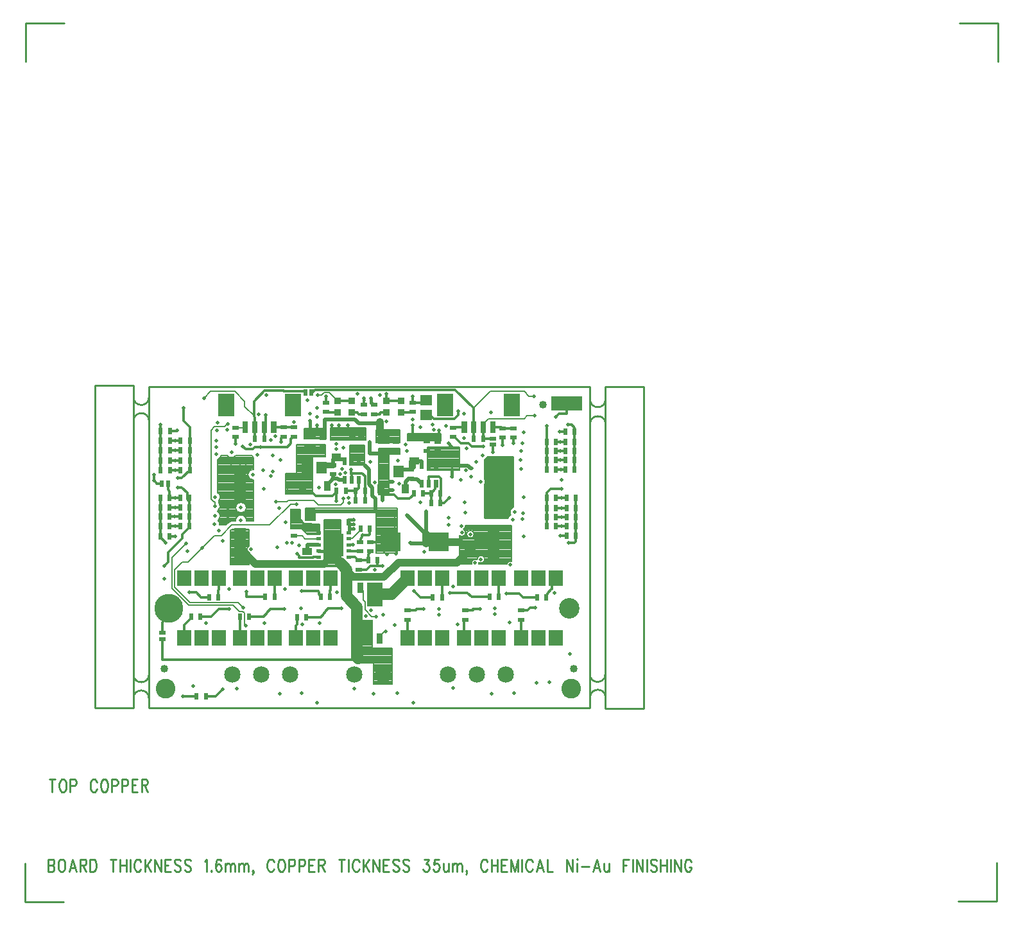
<source format=gbr>
*
*
G04 PADS Layout (Build Number 2007.21.1) generated Gerber (RS-274-X) file*
G04 PC Version=2.1*
*
%IN "2FOC-002.pcb"*%
*
%MOIN*%
*
%FSLAX35Y35*%
*
*
*
*
G04 PC Standard Apertures*
*
*
G04 Thermal Relief Aperture macro.*
%AMTER*
1,1,$1,0,0*
1,0,$1-$2,0,0*
21,0,$3,$4,0,0,45*
21,0,$3,$4,0,0,135*
%
*
*
G04 Annular Aperture macro.*
%AMANN*
1,1,$1,0,0*
1,0,$2,0,0*
%
*
*
G04 Odd Aperture macro.*
%AMODD*
1,1,$1,0,0*
1,0,$1-0.005,0,0*
%
*
*
G04 PC Custom Aperture Macros*
*
*
*
*
*
*
G04 PC Aperture Table*
*
%ADD010C,0.01*%
%ADD012C,0.03*%
%ADD015C,0.008*%
%ADD016R,0.035X0.024*%
%ADD019R,0.024X0.035*%
%ADD021R,0.032X0.032*%
%ADD024R,0.06X0.17323*%
%ADD026R,0.052X0.06*%
%ADD027R,0.06X0.052*%
%ADD028R,0.075X0.084*%
%ADD029C,0.085*%
%ADD032C,0.02*%
%ADD035C,0.04*%
%ADD036C,0.012*%
%ADD048R,0.16X0.076*%
%ADD070C,0.001*%
%ADD072R,0.02756X0.02756*%
%ADD073R,0.08268X0.08268*%
%ADD074R,0.03583X0.03583*%
%ADD075R,0.02087X0.02087*%
%ADD076R,0.01575X0.01575*%
%ADD077R,0.10236X0.10236*%
%ADD078R,0.09449X0.09449*%
%ADD079R,0.07992X0.07992*%
%ADD080R,0.02992X0.02992*%
%ADD081R,0.04X0.04*%
%ADD082C,0.01181*%
%ADD083C,0.00787*%
%ADD084C,0.05906*%
%ADD085C,0.03937*%
%ADD086C,0.01575*%
%ADD087C,0.01969*%
%ADD122C,0.10236*%
%ADD123C,0.14961*%
%ADD124C,0.1063*%
*
*
*
*
G04 PC Circuitry*
G04 Layer Name 2FOC-002.pcb - circuitry*
%LPD*%
*
*
G04 PC Custom Flashes*
G04 Layer Name 2FOC-002.pcb - flashes*
%LPD*%
*
*
G04 PC Circuitry*
G04 Layer Name 2FOC-002.pcb - circuitry*
%LPD*%
*
G54D10*
G01X1761433Y1435657D02*
Y1429094D01*
X1759843Y1435657D02*
X1763024D01*
X1766433D02*
X1765979Y1435344D01*
X1765524Y1434719*
X1765297Y1434094*
X1765070Y1433157*
Y1431594*
X1765297Y1430657*
X1765524Y1430032*
X1765979Y1429407*
X1766433Y1429094*
X1767343*
X1767797Y1429407*
X1768252Y1430032*
X1768479Y1430657*
X1768706Y1431594*
Y1433157*
X1768479Y1434094*
X1768252Y1434719*
X1767797Y1435344*
X1767343Y1435657*
X1766433*
X1770752D02*
Y1429094D01*
Y1435657D02*
X1772797D01*
X1773479Y1435344*
X1773706Y1435032*
X1773933Y1434407*
Y1433469*
X1773706Y1432844*
X1773479Y1432532*
X1772797Y1432219*
X1770752*
X1784615Y1434094D02*
X1784388Y1434719D01*
X1783933Y1435344*
X1783479Y1435657*
X1782570*
X1782115Y1435344*
X1781661Y1434719*
X1781433Y1434094*
X1781206Y1433157*
Y1431594*
X1781433Y1430657*
X1781661Y1430032*
X1782115Y1429407*
X1782570Y1429094*
X1783479*
X1783933Y1429407*
X1784388Y1430032*
X1784615Y1430657*
X1788024Y1435657D02*
X1787570Y1435344D01*
X1787115Y1434719*
X1786888Y1434094*
X1786661Y1433157*
Y1431594*
X1786888Y1430657*
X1787115Y1430032*
X1787570Y1429407*
X1788024Y1429094*
X1788933*
X1789388Y1429407*
X1789843Y1430032*
X1790070Y1430657*
X1790297Y1431594*
Y1433157*
X1790070Y1434094*
X1789843Y1434719*
X1789388Y1435344*
X1788933Y1435657*
X1788024*
X1792343D02*
Y1429094D01*
Y1435657D02*
X1794388D01*
X1795070Y1435344*
X1795297Y1435032*
X1795524Y1434407*
Y1433469*
X1795297Y1432844*
X1795070Y1432532*
X1794388Y1432219*
X1792343*
X1797570Y1435657D02*
Y1429094D01*
Y1435657D02*
X1799615D01*
X1800297Y1435344*
X1800524Y1435032*
X1800752Y1434407*
Y1433469*
X1800524Y1432844*
X1800297Y1432532*
X1799615Y1432219*
X1797570*
X1802797Y1435657D02*
Y1429094D01*
Y1435657D02*
X1805752D01*
X1802797Y1432532D02*
X1804615D01*
X1802797Y1429094D02*
X1805752D01*
X1807797Y1435657D02*
Y1429094D01*
Y1435657D02*
X1809843D01*
X1810524Y1435344*
X1810752Y1435032*
X1810979Y1434407*
Y1433782*
X1810752Y1433157*
X1810524Y1432844*
X1809843Y1432532*
X1807797*
X1809388D02*
X1810979Y1429094D01*
X1759252Y1394122D02*
Y1387559D01*
Y1394122D02*
X1761297D01*
X1761979Y1393809*
X1762207Y1393497*
X1762434Y1392872*
Y1392247*
X1762207Y1391622*
X1761979Y1391309*
X1761297Y1390997*
X1759252D02*
X1761297D01*
X1761979Y1390684*
X1762207Y1390372*
X1762434Y1389747*
Y1388809*
X1762207Y1388184*
X1761979Y1387872*
X1761297Y1387559*
X1759252*
X1765843Y1394122D02*
X1765388Y1393809D01*
X1764934Y1393184*
X1764707Y1392559*
X1764479Y1391622*
Y1390059*
X1764707Y1389122*
X1764934Y1388497*
X1765388Y1387872*
X1765843Y1387559*
X1766752*
X1767207Y1387872*
X1767661Y1388497*
X1767888Y1389122*
X1768116Y1390059*
Y1391622*
X1767888Y1392559*
X1767661Y1393184*
X1767207Y1393809*
X1766752Y1394122*
X1765843*
X1771979D02*
X1770161Y1387559D01*
X1771979Y1394122D02*
X1773797Y1387559D01*
X1770843Y1389747D02*
X1773116D01*
X1775843Y1394122D02*
Y1387559D01*
Y1394122D02*
X1777888D01*
X1778570Y1393809*
X1778797Y1393497*
X1779025Y1392872*
Y1392247*
X1778797Y1391622*
X1778570Y1391309*
X1777888Y1390997*
X1775843*
X1777434D02*
X1779025Y1387559D01*
X1781070Y1394122D02*
Y1387559D01*
Y1394122D02*
X1782661D01*
X1783343Y1393809*
X1783797Y1393184*
X1784025Y1392559*
X1784252Y1391622*
Y1390059*
X1784025Y1389122*
X1783797Y1388497*
X1783343Y1387872*
X1782661Y1387559*
X1781070*
X1793116Y1394122D02*
Y1387559D01*
X1791525Y1394122D02*
X1794707D01*
X1796752D02*
Y1387559D01*
X1799934Y1394122D02*
Y1387559D01*
X1796752Y1390997D02*
X1799934D01*
X1801979Y1394122D02*
Y1387559D01*
X1807434Y1392559D02*
X1807207Y1393184D01*
X1806752Y1393809*
X1806297Y1394122*
X1805388*
X1804934Y1393809*
X1804479Y1393184*
X1804252Y1392559*
X1804025Y1391622*
Y1390059*
X1804252Y1389122*
X1804479Y1388497*
X1804934Y1387872*
X1805388Y1387559*
X1806297*
X1806752Y1387872*
X1807207Y1388497*
X1807434Y1389122*
X1809479Y1394122D02*
Y1387559D01*
X1812661Y1394122D02*
X1809479Y1389747D01*
X1810616Y1391309D02*
X1812661Y1387559D01*
X1814707Y1394122D02*
Y1387559D01*
Y1394122D02*
X1817888Y1387559D01*
Y1394122D02*
Y1387559D01*
X1819934Y1394122D02*
Y1387559D01*
Y1394122D02*
X1822888D01*
X1819934Y1390997D02*
X1821752D01*
X1819934Y1387559D02*
X1822888D01*
X1828116Y1393184D02*
X1827661Y1393809D01*
X1826979Y1394122*
X1826070*
X1825388Y1393809*
X1824934Y1393184*
Y1392559*
X1825161Y1391934*
X1825388Y1391622*
X1825843Y1391309*
X1827207Y1390684*
X1827661Y1390372*
X1827888Y1390059*
X1828116Y1389434*
Y1388497*
X1827661Y1387872*
X1826979Y1387559*
X1826070*
X1825388Y1387872*
X1824934Y1388497*
X1833343Y1393184D02*
X1832888Y1393809D01*
X1832207Y1394122*
X1831297*
X1830616Y1393809*
X1830161Y1393184*
Y1392559*
X1830388Y1391934*
X1830616Y1391622*
X1831070Y1391309*
X1832434Y1390684*
X1832888Y1390372*
X1833116Y1390059*
X1833343Y1389434*
Y1388497*
X1832888Y1387872*
X1832207Y1387559*
X1831297*
X1830616Y1387872*
X1830161Y1388497*
X1840616Y1392872D02*
X1841070Y1393184D01*
X1841752Y1394122*
Y1387559*
X1844025Y1388184D02*
X1843797Y1387872D01*
X1844025Y1387559*
X1844252Y1387872*
X1844025Y1388184*
X1849025Y1393184D02*
X1848797Y1393809D01*
X1848116Y1394122*
X1847661*
X1846979Y1393809*
X1846525Y1392872*
X1846297Y1391309*
Y1389747*
X1846525Y1388497*
X1846979Y1387872*
X1847661Y1387559*
X1847888*
X1848570Y1387872*
X1849025Y1388497*
X1849252Y1389434*
Y1389747*
X1849025Y1390684*
X1848570Y1391309*
X1847888Y1391622*
X1847661*
X1846979Y1391309*
X1846525Y1390684*
X1846297Y1389747*
X1851297Y1391934D02*
Y1387559D01*
Y1390684D02*
X1851979Y1391622D01*
X1852434Y1391934*
X1853116*
X1853570Y1391622*
X1853797Y1390684*
Y1387559*
Y1390684D02*
X1854479Y1391622D01*
X1854934Y1391934*
X1855616*
X1856070Y1391622*
X1856297Y1390684*
Y1387559*
X1858343Y1391934D02*
Y1387559D01*
Y1390684D02*
X1859025Y1391622D01*
X1859479Y1391934*
X1860161*
X1860616Y1391622*
X1860843Y1390684*
Y1387559*
Y1390684D02*
X1861525Y1391622D01*
X1861979Y1391934*
X1862661*
X1863116Y1391622*
X1863343Y1390684*
Y1387559*
X1865843Y1387872D02*
X1865616Y1387559D01*
X1865388Y1387872*
X1865616Y1388184*
X1865843Y1387872*
Y1387247*
X1865616Y1386622*
X1865388Y1386309*
X1876525Y1392559D02*
X1876297Y1393184D01*
X1875843Y1393809*
X1875388Y1394122*
X1874479*
X1874025Y1393809*
X1873570Y1393184*
X1873343Y1392559*
X1873116Y1391622*
Y1390059*
X1873343Y1389122*
X1873570Y1388497*
X1874025Y1387872*
X1874479Y1387559*
X1875388*
X1875843Y1387872*
X1876297Y1388497*
X1876525Y1389122*
X1879934Y1394122D02*
X1879479Y1393809D01*
X1879025Y1393184*
X1878797Y1392559*
X1878570Y1391622*
Y1390059*
X1878797Y1389122*
X1879025Y1388497*
X1879479Y1387872*
X1879934Y1387559*
X1880843*
X1881297Y1387872*
X1881752Y1388497*
X1881979Y1389122*
X1882207Y1390059*
Y1391622*
X1881979Y1392559*
X1881752Y1393184*
X1881297Y1393809*
X1880843Y1394122*
X1879934*
X1884252D02*
Y1387559D01*
Y1394122D02*
X1886297D01*
X1886979Y1393809*
X1887207Y1393497*
X1887434Y1392872*
Y1391934*
X1887207Y1391309*
X1886979Y1390997*
X1886297Y1390684*
X1884252*
X1889479Y1394122D02*
Y1387559D01*
Y1394122D02*
X1891525D01*
X1892207Y1393809*
X1892434Y1393497*
X1892661Y1392872*
Y1391934*
X1892434Y1391309*
X1892207Y1390997*
X1891525Y1390684*
X1889479*
X1894707Y1394122D02*
Y1387559D01*
Y1394122D02*
X1897661D01*
X1894707Y1390997D02*
X1896525D01*
X1894707Y1387559D02*
X1897661D01*
X1899707Y1394122D02*
Y1387559D01*
Y1394122D02*
X1901752D01*
X1902434Y1393809*
X1902661Y1393497*
X1902888Y1392872*
Y1392247*
X1902661Y1391622*
X1902434Y1391309*
X1901752Y1390997*
X1899707*
X1901297D02*
X1902888Y1387559D01*
X1911752Y1394122D02*
Y1387559D01*
X1910161Y1394122D02*
X1913343D01*
X1915388D02*
Y1387559D01*
X1920843Y1392559D02*
X1920616Y1393184D01*
X1920161Y1393809*
X1919707Y1394122*
X1918797*
X1918343Y1393809*
X1917888Y1393184*
X1917661Y1392559*
X1917434Y1391622*
Y1390059*
X1917661Y1389122*
X1917888Y1388497*
X1918343Y1387872*
X1918797Y1387559*
X1919707*
X1920161Y1387872*
X1920616Y1388497*
X1920843Y1389122*
X1922888Y1394122D02*
Y1387559D01*
X1926070Y1394122D02*
X1922888Y1389747D01*
X1924025Y1391309D02*
X1926070Y1387559D01*
X1928116Y1394122D02*
Y1387559D01*
Y1394122D02*
X1931297Y1387559D01*
Y1394122D02*
Y1387559D01*
X1933343Y1394122D02*
Y1387559D01*
Y1394122D02*
X1936297D01*
X1933343Y1390997D02*
X1935161D01*
X1933343Y1387559D02*
X1936297D01*
X1941525Y1393184D02*
X1941070Y1393809D01*
X1940388Y1394122*
X1939479*
X1938797Y1393809*
X1938343Y1393184*
Y1392559*
X1938570Y1391934*
X1938797Y1391622*
X1939252Y1391309*
X1940616Y1390684*
X1941070Y1390372*
X1941297Y1390059*
X1941525Y1389434*
Y1388497*
X1941070Y1387872*
X1940388Y1387559*
X1939479*
X1938797Y1387872*
X1938343Y1388497*
X1946752Y1393184D02*
X1946297Y1393809D01*
X1945616Y1394122*
X1944707*
X1944025Y1393809*
X1943570Y1393184*
Y1392559*
X1943797Y1391934*
X1944025Y1391622*
X1944479Y1391309*
X1945843Y1390684*
X1946297Y1390372*
X1946525Y1390059*
X1946752Y1389434*
Y1388497*
X1946297Y1387872*
X1945616Y1387559*
X1944707*
X1944025Y1387872*
X1943570Y1388497*
X1954479Y1394122D02*
X1956979D01*
X1955616Y1391622*
X1956297*
X1956752Y1391309*
X1956979Y1390997*
X1957207Y1390059*
Y1389434*
X1956979Y1388497*
X1956525Y1387872*
X1955843Y1387559*
X1955161*
X1954479Y1387872*
X1954252Y1388184*
X1954025Y1388809*
X1962207Y1394122D02*
X1959934D01*
X1959707Y1391309*
X1959934Y1391622*
X1960616Y1391934*
X1961297*
X1961979Y1391622*
X1962434Y1390997*
X1962661Y1390059*
X1962434Y1389434*
X1962207Y1388497*
X1961752Y1387872*
X1961070Y1387559*
X1960388*
X1959707Y1387872*
X1959479Y1388184*
X1959252Y1388809*
X1964707Y1391934D02*
Y1388809D01*
X1964934Y1387872*
X1965388Y1387559*
X1966070*
X1966525Y1387872*
X1967207Y1388809*
Y1391934D02*
Y1387559D01*
X1969252Y1391934D02*
Y1387559D01*
Y1390684D02*
X1969934Y1391622D01*
X1970388Y1391934*
X1971070*
X1971525Y1391622*
X1971752Y1390684*
Y1387559*
Y1390684D02*
X1972434Y1391622D01*
X1972888Y1391934*
X1973570*
X1974025Y1391622*
X1974252Y1390684*
Y1387559*
X1976752Y1387872D02*
X1976525Y1387559D01*
X1976297Y1387872*
X1976525Y1388184*
X1976752Y1387872*
Y1387247*
X1976525Y1386622*
X1976297Y1386309*
X1987434Y1392559D02*
X1987207Y1393184D01*
X1986752Y1393809*
X1986297Y1394122*
X1985388*
X1984934Y1393809*
X1984479Y1393184*
X1984252Y1392559*
X1984025Y1391622*
Y1390059*
X1984252Y1389122*
X1984479Y1388497*
X1984934Y1387872*
X1985388Y1387559*
X1986297*
X1986752Y1387872*
X1987207Y1388497*
X1987434Y1389122*
X1989479Y1394122D02*
Y1387559D01*
X1992661Y1394122D02*
Y1387559D01*
X1989479Y1390997D02*
X1992661D01*
X1994707Y1394122D02*
Y1387559D01*
Y1394122D02*
X1997661D01*
X1994707Y1390997D02*
X1996525D01*
X1994707Y1387559D02*
X1997661D01*
X1999707Y1394122D02*
Y1387559D01*
Y1394122D02*
X2001525Y1387559D01*
X2003343Y1394122D02*
X2001525Y1387559D01*
X2003343Y1394122D02*
Y1387559D01*
X2005388Y1394122D02*
Y1387559D01*
X2010843Y1392559D02*
X2010616Y1393184D01*
X2010161Y1393809*
X2009707Y1394122*
X2008797*
X2008343Y1393809*
X2007888Y1393184*
X2007661Y1392559*
X2007434Y1391622*
Y1390059*
X2007661Y1389122*
X2007888Y1388497*
X2008343Y1387872*
X2008797Y1387559*
X2009707*
X2010161Y1387872*
X2010616Y1388497*
X2010843Y1389122*
X2014707Y1394122D02*
X2012888Y1387559D01*
X2014707Y1394122D02*
X2016525Y1387559D01*
X2013570Y1389747D02*
X2015843D01*
X2018570Y1394122D02*
Y1387559D01*
X2021297*
X2028570Y1394122D02*
Y1387559D01*
Y1394122D02*
X2031752Y1387559D01*
Y1394122D02*
Y1387559D01*
X2033797Y1394122D02*
X2034025Y1393809D01*
X2034252Y1394122*
X2034025Y1394434*
X2033797Y1394122*
X2034025Y1391934D02*
Y1387559D01*
X2036297Y1390372D02*
X2040388D01*
X2044252Y1394122D02*
X2042434Y1387559D01*
X2044252Y1394122D02*
X2046070Y1387559D01*
X2043116Y1389747D02*
X2045388D01*
X2048116Y1391934D02*
Y1388809D01*
X2048343Y1387872*
X2048797Y1387559*
X2049479*
X2049934Y1387872*
X2050616Y1388809*
Y1391934D02*
Y1387559D01*
X2057888Y1394122D02*
Y1387559D01*
Y1394122D02*
X2060843D01*
X2057888Y1390997D02*
X2059707D01*
X2062888Y1394122D02*
Y1387559D01*
X2064934Y1394122D02*
Y1387559D01*
Y1394122D02*
X2068116Y1387559D01*
Y1394122D02*
Y1387559D01*
X2070161Y1394122D02*
Y1387559D01*
X2075388Y1393184D02*
X2074934Y1393809D01*
X2074252Y1394122*
X2073343*
X2072661Y1393809*
X2072207Y1393184*
Y1392559*
X2072434Y1391934*
X2072661Y1391622*
X2073116Y1391309*
X2074479Y1390684*
X2074934Y1390372*
X2075161Y1390059*
X2075388Y1389434*
Y1388497*
X2074934Y1387872*
X2074252Y1387559*
X2073343*
X2072661Y1387872*
X2072207Y1388497*
X2077434Y1394122D02*
Y1387559D01*
X2080616Y1394122D02*
Y1387559D01*
X2077434Y1390997D02*
X2080616D01*
X2082661Y1394122D02*
Y1387559D01*
X2084707Y1394122D02*
Y1387559D01*
Y1394122D02*
X2087888Y1387559D01*
Y1394122D02*
Y1387559D01*
X2093343Y1392559D02*
X2093116Y1393184D01*
X2092661Y1393809*
X2092207Y1394122*
X2091297*
X2090843Y1393809*
X2090388Y1393184*
X2090161Y1392559*
X2089934Y1391622*
Y1390059*
X2090161Y1389122*
X2090388Y1388497*
X2090843Y1387872*
X2091297Y1387559*
X2092207*
X2092661Y1387872*
X2093116Y1388497*
X2093343Y1389122*
Y1390059*
X2092207D02*
X2093343D01*
X1811638Y1472618D02*
X2040748D01*
Y1639331*
X1811638*
Y1472618*
X1767520Y1828110D02*
X1747520D01*
Y1808110*
X1747441Y1391890D02*
Y1371890D01*
X1767441*
X2232087Y1372205D02*
X2252087D01*
Y1392205*
X2252559Y1808031D02*
Y1828031D01*
X2232559*
X1803543Y1640118D02*
Y1472598D01*
X1783465*
Y1639921*
X1803346*
X2040757Y1632696D02*
G75*
G03X2048757I4000J0D01*
G01X2048791Y1619988D02*
G03X2040791I-4000J-0D01*
G01X1803664Y1633822D02*
G03X1811664I4000J0D01*
G01X1811677Y1621551D02*
G03X1803677I-4000J0D01*
G01X1803664Y1489924D02*
G03X1811664I4000J0D01*
G01X1811612Y1477656D02*
G03X1803612I-4000J-0D01*
G01X2040672Y1490121D02*
G03X2048672I4000J0D01*
G01X2068504Y1472205D02*
X2048728D01*
Y1639331*
X2068504*
Y1472205*
X2048805Y1478060D02*
G03X2040805I-4000J-0D01*
G54D12*
G01X1901233Y1597264D02*
X1902633Y1598664D01*
X1907433*
G54D15*
X1886791Y1561903D02*
X1891191D01*
X1892738Y1560356*
X1899746*
X1886791Y1566703D02*
X1886817Y1566677D01*
X1893791*
X1915494Y1554057D02*
X1915648Y1553903D01*
X1963403Y1611187D02*
Y1615112D01*
X1946093*
Y1611187*
X1963403*
X1905833Y1611664D02*
X1924206D01*
Y1617864*
X1905833*
Y1611664*
X1911214Y1546030D02*
Y1570403D01*
X1902691*
Y1546030*
X1911214*
X1915833Y1598664D02*
Y1608864D01*
X1923616*
Y1598664*
X1915833*
X1956431Y1596030D02*
Y1607828D01*
X1972828*
Y1596030*
X1956431*
X1900391Y1562703D02*
Y1568065D01*
X1892748*
X1890151Y1570661*
Y1575545*
X1885191*
Y1565703*
X1890957*
X1893957Y1562703*
X1900391*
X1941946Y1610203D02*
Y1617080D01*
X1929534*
Y1610203*
X1941946*
X1892132Y1612369D02*
X1903734D01*
Y1617671*
X1892132*
Y1612369*
X1931109Y1607238D02*
X1941923D01*
Y1604298*
X1936411*
Y1583235*
X1931109*
Y1607238*
X1929731Y1553117D02*
Y1573806D01*
X1898025*
Y1569849*
X1893117*
Y1576332*
X1940742*
Y1553117*
X1929731*
X1928353Y1485006D02*
Y1495833D01*
X1920282*
Y1517868*
X1927553*
Y1503694*
X1937986*
Y1485006*
X1928353*
X1903340Y1609206D02*
Y1603117D01*
X1896647*
Y1583628*
X1882683*
Y1594443*
X1888392*
Y1609206*
X1903340*
X1946093Y1614786D02*
X1963403D01*
X1946093Y1614066D02*
X1963403D01*
X1946093Y1613346D02*
X1963403D01*
X1946093Y1612626D02*
X1963403D01*
X1946093Y1611906D02*
X1963403D01*
X1905833Y1617422D02*
X1924206D01*
X1905833Y1616702D02*
X1924206D01*
X1905833Y1615982D02*
X1924206D01*
X1905833Y1615262D02*
X1924206D01*
X1905833Y1614542D02*
X1924206D01*
X1905833Y1613822D02*
X1924206D01*
X1905833Y1613102D02*
X1924206D01*
X1905833Y1612382D02*
X1924206D01*
X1902691Y1569789D02*
X1911214D01*
X1902691Y1569069D02*
X1911214D01*
X1902691Y1568349D02*
X1911214D01*
X1902691Y1567629D02*
X1911214D01*
X1902691Y1566909D02*
X1911214D01*
X1902691Y1566189D02*
X1911214D01*
X1902691Y1565469D02*
X1911214D01*
X1902691Y1564749D02*
X1911214D01*
X1902691Y1564029D02*
X1911214D01*
X1902691Y1563309D02*
X1911214D01*
X1902691Y1562589D02*
X1911214D01*
X1902691Y1561869D02*
X1911214D01*
X1902691Y1561149D02*
X1911214D01*
X1902691Y1560429D02*
X1911214D01*
X1902691Y1559709D02*
X1911214D01*
X1902691Y1558989D02*
X1911214D01*
X1902691Y1558269D02*
X1911214D01*
X1902691Y1557549D02*
X1911214D01*
X1902691Y1556829D02*
X1911214D01*
X1902691Y1556109D02*
X1911214D01*
X1902691Y1555389D02*
X1911214D01*
X1902691Y1554669D02*
X1911214D01*
X1902691Y1553949D02*
X1911214D01*
X1902691Y1553229D02*
X1911214D01*
X1902691Y1552509D02*
X1911214D01*
X1902691Y1551789D02*
X1911214D01*
X1902691Y1551069D02*
X1911214D01*
X1902691Y1550349D02*
X1911214D01*
X1902691Y1549629D02*
X1911214D01*
X1902691Y1548909D02*
X1911214D01*
X1902691Y1548189D02*
X1911214D01*
X1902691Y1547469D02*
X1911214D01*
X1902691Y1546749D02*
X1911214D01*
X1915833Y1608742D02*
X1923616D01*
X1915833Y1608022D02*
X1923616D01*
X1915833Y1607302D02*
X1923616D01*
X1915833Y1606582D02*
X1923616D01*
X1915833Y1605862D02*
X1923616D01*
X1915833Y1605142D02*
X1923616D01*
X1915833Y1604422D02*
X1923616D01*
X1915833Y1603702D02*
X1923616D01*
X1915833Y1602982D02*
X1923616D01*
X1915833Y1602262D02*
X1923616D01*
X1915833Y1601542D02*
X1923616D01*
X1915833Y1600822D02*
X1923616D01*
X1915833Y1600102D02*
X1923616D01*
X1915833Y1599382D02*
X1923616D01*
X1956431Y1607549D02*
X1972828D01*
X1956431Y1606829D02*
X1972828D01*
X1956431Y1606109D02*
X1972828D01*
X1956431Y1605389D02*
X1972828D01*
X1956431Y1604669D02*
X1972828D01*
X1956431Y1603949D02*
X1972828D01*
X1956431Y1603229D02*
X1972828D01*
X1956431Y1602509D02*
X1972828D01*
X1956431Y1601789D02*
X1972828D01*
X1956431Y1601069D02*
X1972828D01*
X1956431Y1600349D02*
X1972828D01*
X1956431Y1599629D02*
X1972828D01*
X1956431Y1598909D02*
X1972828D01*
X1956431Y1598189D02*
X1972828D01*
X1956431Y1597469D02*
X1972828D01*
X1956431Y1596749D02*
X1972828D01*
X1885191Y1567742D02*
X1900391D01*
X1885191Y1567022D02*
X1900391D01*
X1885191Y1566302D02*
X1900391D01*
X1891078Y1565582D02*
X1900391D01*
X1891798Y1564862D02*
X1900391D01*
X1892518Y1564142D02*
X1900391D01*
X1893238Y1563422D02*
X1900391D01*
X1885191Y1568462D02*
X1892350D01*
X1885191Y1569182D02*
X1891630D01*
X1885191Y1569902D02*
X1890910D01*
X1885191Y1570622D02*
X1890190D01*
X1885191Y1574942D02*
X1890151D01*
X1885191Y1574222D02*
X1890151D01*
X1885191Y1573502D02*
X1890151D01*
X1885191Y1572782D02*
X1890151D01*
X1885191Y1572062D02*
X1890151D01*
X1885191Y1571342D02*
X1890151D01*
X1929534Y1616682D02*
X1941946D01*
X1929534Y1615962D02*
X1941946D01*
X1929534Y1615242D02*
X1941946D01*
X1929534Y1614522D02*
X1941946D01*
X1929534Y1613802D02*
X1941946D01*
X1929534Y1613082D02*
X1941946D01*
X1929534Y1612362D02*
X1941946D01*
X1929534Y1611642D02*
X1941946D01*
X1929534Y1610922D02*
X1941946D01*
X1892132Y1617407D02*
X1903734D01*
X1892132Y1616687D02*
X1903734D01*
X1892132Y1615967D02*
X1903734D01*
X1892132Y1615247D02*
X1903734D01*
X1892132Y1614527D02*
X1903734D01*
X1892132Y1613807D02*
X1903734D01*
X1892132Y1613087D02*
X1903734D01*
X1931109Y1606993D02*
X1941923D01*
X1931109Y1606273D02*
X1941923D01*
X1931109Y1605553D02*
X1941923D01*
X1931109Y1604833D02*
X1941923D01*
X1931109Y1604113D02*
X1936411D01*
X1931109Y1603393D02*
X1936411D01*
X1931109Y1602673D02*
X1936411D01*
X1931109Y1601953D02*
X1936411D01*
X1931109Y1601233D02*
X1936411D01*
X1931109Y1600513D02*
X1936411D01*
X1931109Y1599793D02*
X1936411D01*
X1931109Y1599073D02*
X1936411D01*
X1931109Y1598353D02*
X1936411D01*
X1931109Y1597633D02*
X1936411D01*
X1931109Y1596913D02*
X1936411D01*
X1931109Y1596193D02*
X1936411D01*
X1931109Y1595473D02*
X1936411D01*
X1931109Y1594753D02*
X1936411D01*
X1931109Y1594033D02*
X1936411D01*
X1931109Y1593313D02*
X1936411D01*
X1931109Y1592593D02*
X1936411D01*
X1931109Y1591873D02*
X1936411D01*
X1931109Y1591153D02*
X1936411D01*
X1931109Y1590433D02*
X1936411D01*
X1931109Y1589713D02*
X1936411D01*
X1931109Y1588993D02*
X1936411D01*
X1931109Y1588273D02*
X1936411D01*
X1931109Y1587553D02*
X1936411D01*
X1931109Y1586833D02*
X1936411D01*
X1931109Y1586113D02*
X1936411D01*
X1931109Y1585393D02*
X1936411D01*
X1931109Y1584673D02*
X1936411D01*
X1931109Y1583953D02*
X1936411D01*
X1893117Y1576155D02*
X1940742D01*
X1893117Y1575435D02*
X1940742D01*
X1893117Y1574715D02*
X1940742D01*
X1893117Y1573995D02*
X1940742D01*
X1929731Y1573275D02*
X1940742D01*
X1929731Y1572555D02*
X1940742D01*
X1929731Y1571835D02*
X1940742D01*
X1929731Y1571115D02*
X1940742D01*
X1929731Y1570395D02*
X1940742D01*
X1929731Y1569675D02*
X1940742D01*
X1929731Y1568955D02*
X1940742D01*
X1929731Y1568235D02*
X1940742D01*
X1929731Y1567515D02*
X1940742D01*
X1929731Y1566795D02*
X1940742D01*
X1929731Y1566075D02*
X1940742D01*
X1929731Y1565355D02*
X1940742D01*
X1929731Y1564635D02*
X1940742D01*
X1929731Y1563915D02*
X1940742D01*
X1929731Y1563195D02*
X1940742D01*
X1929731Y1562475D02*
X1940742D01*
X1929731Y1561755D02*
X1940742D01*
X1929731Y1561035D02*
X1940742D01*
X1929731Y1560315D02*
X1940742D01*
X1929731Y1559595D02*
X1940742D01*
X1929731Y1558875D02*
X1940742D01*
X1929731Y1558155D02*
X1940742D01*
X1929731Y1557435D02*
X1940742D01*
X1929731Y1556715D02*
X1940742D01*
X1929731Y1555995D02*
X1940742D01*
X1929731Y1555275D02*
X1940742D01*
X1929731Y1554555D02*
X1940742D01*
X1929731Y1553835D02*
X1940742D01*
X1893117Y1573275D02*
X1898025D01*
X1893117Y1572555D02*
X1898025D01*
X1893117Y1571835D02*
X1898025D01*
X1893117Y1571115D02*
X1898025D01*
X1893117Y1570395D02*
X1898025D01*
X1920282Y1503005D02*
X1937986D01*
X1920282Y1502285D02*
X1937986D01*
X1920282Y1501565D02*
X1937986D01*
X1920282Y1500845D02*
X1937986D01*
X1920282Y1500125D02*
X1937986D01*
X1920282Y1499405D02*
X1937986D01*
X1920282Y1498685D02*
X1937986D01*
X1920282Y1497965D02*
X1937986D01*
X1920282Y1497245D02*
X1937986D01*
X1920282Y1496525D02*
X1937986D01*
X1928353Y1495805D02*
X1937986D01*
X1928353Y1495085D02*
X1937986D01*
X1928353Y1494365D02*
X1937986D01*
X1928353Y1493645D02*
X1937986D01*
X1928353Y1492925D02*
X1937986D01*
X1928353Y1492205D02*
X1937986D01*
X1928353Y1491485D02*
X1937986D01*
X1928353Y1490765D02*
X1937986D01*
X1928353Y1490045D02*
X1937986D01*
X1928353Y1489325D02*
X1937986D01*
X1928353Y1488605D02*
X1937986D01*
X1928353Y1487885D02*
X1937986D01*
X1928353Y1487165D02*
X1937986D01*
X1928353Y1486445D02*
X1937986D01*
X1928353Y1485725D02*
X1937986D01*
X1920282Y1517405D02*
X1927553D01*
X1920282Y1516685D02*
X1927553D01*
X1920282Y1515965D02*
X1927553D01*
X1920282Y1515245D02*
X1927553D01*
X1920282Y1514525D02*
X1927553D01*
X1920282Y1513805D02*
X1927553D01*
X1920282Y1513085D02*
X1927553D01*
X1920282Y1512365D02*
X1927553D01*
X1920282Y1511645D02*
X1927553D01*
X1920282Y1510925D02*
X1927553D01*
X1920282Y1510205D02*
X1927553D01*
X1920282Y1509485D02*
X1927553D01*
X1920282Y1508765D02*
X1927553D01*
X1920282Y1508045D02*
X1927553D01*
X1920282Y1507325D02*
X1927553D01*
X1920282Y1506605D02*
X1927553D01*
X1920282Y1505885D02*
X1927553D01*
X1920282Y1505165D02*
X1927553D01*
X1920282Y1504445D02*
X1927553D01*
X1920282Y1503725D02*
X1927553D01*
X1888392Y1608827D02*
X1903340D01*
X1888392Y1608107D02*
X1903340D01*
X1888392Y1607387D02*
X1903340D01*
X1888392Y1606667D02*
X1903340D01*
X1888392Y1605947D02*
X1903340D01*
X1888392Y1605227D02*
X1903340D01*
X1888392Y1604507D02*
X1903340D01*
X1888392Y1603787D02*
X1903340D01*
X1888392Y1603067D02*
X1896647D01*
X1888392Y1602347D02*
X1896647D01*
X1888392Y1601627D02*
X1896647D01*
X1888392Y1600907D02*
X1896647D01*
X1888392Y1600187D02*
X1896647D01*
X1888392Y1599467D02*
X1896647D01*
X1888392Y1598747D02*
X1896647D01*
X1888392Y1598027D02*
X1896647D01*
X1888392Y1597307D02*
X1896647D01*
X1888392Y1596587D02*
X1896647D01*
X1888392Y1595867D02*
X1896647D01*
X1888392Y1595147D02*
X1896647D01*
X1882683Y1594427D02*
X1896647D01*
X1882683Y1593707D02*
X1896647D01*
X1882683Y1592987D02*
X1896647D01*
X1882683Y1592267D02*
X1896647D01*
X1882683Y1591547D02*
X1896647D01*
X1882683Y1590827D02*
X1896647D01*
X1882683Y1590107D02*
X1896647D01*
X1882683Y1589387D02*
X1896647D01*
X1882683Y1588667D02*
X1896647D01*
X1882683Y1587947D02*
X1896647D01*
X1882683Y1587227D02*
X1896647D01*
X1882683Y1586507D02*
X1896647D01*
X1882683Y1585787D02*
X1896647D01*
X1882683Y1585067D02*
X1896647D01*
X1882683Y1584347D02*
X1896647D01*
X1862211Y1576535D02*
G03X1862211I-2762J0D01*
G01X1980518Y1562756D02*
G03X1980518I-1975J0D01*
G01X1863576Y1556590D02*
Y1565309D01*
X1854510*
X1853943Y1564742*
Y1546817*
X1863576*
Y1553173*
Y1556590D02*
G03Y1553173I991J-1708D01*
G01X1865939Y1596417D02*
Y1602191D01*
X1865377Y1603498D02*
G03X1865939Y1602191I2733J400D01*
G01X1865377Y1603498D02*
X1856642D01*
X1852414D02*
G03X1856642I2114J1778D01*
G01X1852414D02*
X1849102D01*
X1847447Y1601713D02*
G03X1849102Y1603498I-990J2578D01*
G01X1847447Y1601713D02*
Y1584312D01*
X1847865Y1580141D02*
G03X1847447Y1584312I-1999J1906D01*
G01X1848038Y1579291D02*
G03X1847865Y1580141I-2172J0D01*
G01X1848038Y1579291D02*
Y1579030D01*
X1847447Y1575058D02*
G03X1848038Y1579030I-1581J2265D01*
G01X1847447Y1575058D02*
Y1574470D01*
X1847478Y1569962D02*
G03X1847447Y1574470I-1612J2243D01*
G01X1848404Y1567487D02*
G03X1847478Y1569962I-2735J387D01*
G01X1848404Y1567487D02*
X1851659D01*
X1853189Y1569016*
X1854724Y1569652D02*
G03X1853189Y1569016I0J-2172D01*
G01X1854724Y1569652D02*
X1856714D01*
X1862184D02*
G03X1856714I-2735J387D01*
G01X1862184D02*
X1865939D01*
Y1590906*
Y1596417D02*
G03Y1590906I-191J-2756D01*
G01X1999994Y1548697D02*
Y1567277D01*
X1975981*
X1974980Y1565363D02*
G03X1975981Y1567277I-964J1724D01*
G01X1972841Y1562123D02*
G03X1974980Y1565363I1372J1420D01*
G01X1972841Y1562123D02*
Y1547211D01*
X1979216*
X1982098Y1549501D02*
G03X1979216Y1547211I-996J-1706D01*
G01X1983060Y1548058D02*
G03X1982098Y1549501I995J1706D01*
G01X1982989Y1547211D02*
G03X1983060Y1548058I-1887J584D01*
G01X1982989Y1547211D02*
X1997476D01*
X1999994Y1548697D02*
G03X1997476Y1547211I-585J-1886D01*
G01X1862211Y1576535D02*
G03X1862211I-2762J0D01*
G01X1980518Y1562756D02*
G03X1980518I-1975J0D01*
G01X1854018Y1564816D02*
X1863576D01*
X1853943Y1564096D02*
X1863576D01*
X1853943Y1563376D02*
X1863576D01*
X1853943Y1562656D02*
X1863576D01*
X1853943Y1561936D02*
X1863576D01*
X1853943Y1561216D02*
X1863576D01*
X1853943Y1560496D02*
X1863576D01*
X1853943Y1559776D02*
X1863576D01*
X1853943Y1559056D02*
X1863576D01*
X1853943Y1558336D02*
X1863576D01*
X1853943Y1557616D02*
X1863576D01*
X1853943Y1556896D02*
X1863576D01*
X1853943Y1552576D02*
X1863576D01*
X1853943Y1551856D02*
X1863576D01*
X1853943Y1551136D02*
X1863576D01*
X1853943Y1550416D02*
X1863576D01*
X1853943Y1549696D02*
X1863576D01*
X1853943Y1548976D02*
X1863576D01*
X1853943Y1548256D02*
X1863576D01*
X1853943Y1547536D02*
X1863576D01*
X1853943Y1553296D02*
X1863390D01*
X1853943Y1556176D02*
X1863075D01*
X1853943Y1554016D02*
X1862792D01*
X1853943Y1555456D02*
X1862677D01*
X1853943Y1554736D02*
X1862598D01*
X1848065Y1602045D02*
X1865939D01*
X1847447Y1601325D02*
X1865939D01*
X1847447Y1600605D02*
X1865939D01*
X1847447Y1599885D02*
X1865939D01*
X1847447Y1599165D02*
X1865939D01*
X1847447Y1598445D02*
X1865939D01*
X1847447Y1597725D02*
X1865939D01*
X1847447Y1597005D02*
X1865939D01*
X1847447Y1590525D02*
X1865939D01*
X1847447Y1589805D02*
X1865939D01*
X1847447Y1589085D02*
X1865939D01*
X1847447Y1588365D02*
X1865939D01*
X1847447Y1587645D02*
X1865939D01*
X1847447Y1586925D02*
X1865939D01*
X1847447Y1586205D02*
X1865939D01*
X1847447Y1585485D02*
X1865939D01*
X1847447Y1584765D02*
X1865939D01*
X1847773Y1584045D02*
X1865939D01*
X1848315Y1583325D02*
X1865939D01*
X1848571Y1582605D02*
X1865939D01*
X1848624Y1581885D02*
X1865939D01*
X1848484Y1581165D02*
X1865939D01*
X1848116Y1580445D02*
X1865939D01*
X1847994Y1579725D02*
X1865939D01*
X1860686Y1579005D02*
X1865939D01*
X1861586Y1578285D02*
X1865939D01*
X1862012Y1577565D02*
X1865939D01*
X1862194Y1576845D02*
X1865939D01*
X1862180Y1576125D02*
X1865939D01*
X1861969Y1575405D02*
X1865939D01*
X1861500Y1574685D02*
X1865939D01*
X1860461Y1573965D02*
X1865939D01*
X1848425Y1573245D02*
X1865939D01*
X1860653Y1572525D02*
X1865939D01*
X1861573Y1571805D02*
X1865939D01*
X1862005Y1571085D02*
X1865939D01*
X1862192Y1570365D02*
X1865939D01*
X1855680Y1602765D02*
X1865591D01*
X1856631Y1603485D02*
X1865379D01*
X1847447Y1596285D02*
X1864885D01*
X1847447Y1591245D02*
X1864409D01*
X1847447Y1595565D02*
X1863747D01*
X1847447Y1591965D02*
X1863568D01*
X1847447Y1594845D02*
X1863252D01*
X1847447Y1592685D02*
X1863164D01*
X1847447Y1594125D02*
X1863025D01*
X1847447Y1593405D02*
X1862998D01*
X1847995Y1573965D02*
X1858437D01*
X1848610Y1572525D02*
X1858245D01*
X1848057Y1579005D02*
X1858212D01*
X1847447Y1574685D02*
X1857398D01*
X1848599Y1571805D02*
X1857325D01*
X1848455Y1578285D02*
X1857312D01*
X1847854Y1575405D02*
X1856928D01*
X1848391Y1571085D02*
X1856892D01*
X1848618Y1577565D02*
X1856886D01*
X1848355Y1576125D02*
X1856717D01*
X1847927Y1570365D02*
X1856706D01*
X1848587Y1576845D02*
X1856704D01*
X1847789Y1569645D02*
X1854554D01*
X1848759Y1602765D02*
X1853375D01*
X1848224Y1568925D02*
X1853098D01*
X1849099Y1603485D02*
X1852424D01*
X1848412Y1568205D02*
X1852378D01*
X1975942Y1566650D02*
X1999994D01*
X1975616Y1565930D02*
X1999994D01*
X1975272Y1565210D02*
X1999994D01*
X1979489Y1564490D02*
X1999994D01*
X1980238Y1563770D02*
X1999994D01*
X1980496Y1563050D02*
X1999994D01*
X1980472Y1562330D02*
X1999994D01*
X1980151Y1561610D02*
X1999994D01*
X1979189Y1560890D02*
X1999994D01*
X1972841Y1560170D02*
X1999994D01*
X1972841Y1559450D02*
X1999994D01*
X1972841Y1558730D02*
X1999994D01*
X1972841Y1558010D02*
X1999994D01*
X1972841Y1557290D02*
X1999994D01*
X1972841Y1556570D02*
X1999994D01*
X1972841Y1555850D02*
X1999994D01*
X1972841Y1555130D02*
X1999994D01*
X1972841Y1554410D02*
X1999994D01*
X1972841Y1553690D02*
X1999994D01*
X1972841Y1552970D02*
X1999994D01*
X1972841Y1552250D02*
X1999994D01*
X1984939Y1551530D02*
X1999994D01*
X1985730Y1550810D02*
X1999994D01*
X1986003Y1550090D02*
X1999994D01*
X1985990Y1549370D02*
X1999994D01*
X1985686Y1548650D02*
X1998689D01*
X1984787Y1547930D02*
X1997782D01*
X1983073D02*
X1983323D01*
X1972841Y1551530D02*
X1983171D01*
X1972841Y1550810D02*
X1982380D01*
X1972841Y1550090D02*
X1982107D01*
X1972841Y1549370D02*
X1979910D01*
X1972841Y1548650D02*
X1979322D01*
X1972841Y1547930D02*
X1979132D01*
X1972841Y1560890D02*
X1977897D01*
X1975946Y1564490D02*
X1977598D01*
X1974614Y1561610D02*
X1976935D01*
X1976174Y1563770D02*
X1976849D01*
X1975771Y1562330D02*
X1976615D01*
X1976125Y1563050D02*
X1976590D01*
X1972841Y1561610D02*
X1973811D01*
G54D16*
X1945811Y1523195D03*
Y1518395D03*
X1975811Y1523195D03*
Y1518395D03*
X2004811Y1523195D03*
Y1518395D03*
X1926575Y1558660D03*
Y1553860D03*
X1920472Y1549211D03*
Y1544411D03*
X1887075Y1613395D03*
Y1618195D03*
X1881575Y1613395D03*
Y1618195D03*
X1995276Y1612915D03*
Y1617715D03*
X2000787Y1612915D03*
Y1617715D03*
X1856693Y1618109D03*
Y1613309D03*
X1969685Y1618109D03*
Y1613309D03*
X1928543Y1625120D03*
Y1629920D03*
X1948520Y1630994D03*
Y1626194D03*
X1903520D03*
Y1630994D03*
X1923425Y1629920D03*
Y1625120D03*
X1947531Y1596270D03*
Y1591470D03*
X1961531Y1610770D03*
Y1605970D03*
X1940031Y1610770D03*
Y1605970D03*
X1917323Y1612597D03*
Y1607797D03*
X1907433Y1598664D03*
Y1593864D03*
X1901933Y1612664D03*
Y1607864D03*
X1921260Y1558660D03*
Y1553860D03*
X1886791Y1566703D03*
Y1561903D03*
X1922047Y1612597D03*
Y1607797D03*
X1955929Y1610845D03*
Y1606045D03*
X1990181Y1612382D03*
Y1609232D03*
X1818504Y1511575D03*
Y1508425D03*
G54D19*
X1838424Y1519843D03*
X1833624D03*
X2033306Y1561969D03*
X2028506D03*
X1817482Y1561772D03*
X1822282D03*
X2032715Y1615906D03*
X2027915D03*
X1817482Y1581654D03*
X1822282D03*
X1817482Y1576732D03*
X1822282D03*
X1863620Y1519843D03*
X1858820D03*
X1959017Y1529882D03*
X1963817D03*
X1988545Y1530276D03*
X1993345D03*
X2013151Y1530079D03*
X2017951D03*
X1893345Y1519646D03*
X1888545D03*
X1842876Y1530079D03*
X1847676D03*
X1925553Y1549370D03*
X1930353D03*
X1872009Y1530276D03*
X1876809D03*
X1817482Y1572008D03*
X1822282D03*
X1958131Y1583870D03*
X1962931D03*
X1900946Y1530276D03*
X1905746D03*
X1871475Y1612295D03*
X1866675D03*
X1985211D03*
X1980411D03*
X1953931Y1583870D03*
X1949131D03*
X1919033Y1585264D03*
X1923833D03*
X1913833D03*
X1909033D03*
X1817482Y1566890D03*
X1822282D03*
X1919033Y1580264D03*
X1923833D03*
X1822479Y1611378D03*
X1817679D03*
X1822479Y1606260D03*
X1817679D03*
X1822479Y1600945D03*
X1817679D03*
X1958131Y1578870D03*
X1962931D03*
X1822479Y1596024D03*
X1817679D03*
Y1616299D03*
X1822479D03*
X2028506Y1566890D03*
X2033306D03*
X2028506Y1571614D03*
X2033306D03*
X2028506Y1576339D03*
X2033306D03*
X2027915Y1596417D03*
X2032715D03*
X2028506Y1581457D03*
X2033306D03*
X2027915Y1601142D03*
X2032715D03*
X2027915Y1605866D03*
X2032715D03*
X2027915Y1610787D03*
X2032715D03*
X1841180Y1478504D03*
X1836380D03*
X1910391Y1568803D03*
X1915191D03*
X1832715Y1572008D03*
X1827915D03*
X1832715Y1576732D03*
X1827915D03*
X1832715Y1581654D03*
X1827915D03*
X1832715Y1566890D03*
X1827915D03*
X1832912Y1611378D03*
X1828112D03*
X1832912Y1606260D03*
X1828112D03*
X1832912Y1600945D03*
X1828112D03*
X1832912Y1596024D03*
X1828112D03*
X1921616Y1565512D03*
X1926416D03*
X2018269Y1566890D03*
X2023069D03*
X2018269Y1571614D03*
X2023069D03*
X2018269Y1576339D03*
X2023069D03*
X2018269Y1581457D03*
X2023069D03*
X2018269Y1605866D03*
X2023069D03*
X2018269Y1601142D03*
X2023069D03*
X2018269Y1596417D03*
X2023069D03*
X2018269Y1610787D03*
X2023069D03*
X1892937Y1636398D03*
X1896087D03*
X1818331Y1588957D03*
X1821480D03*
G54D21*
X1942520Y1632094D03*
Y1626094D03*
X1935020Y1632094D03*
Y1626094D03*
X1917020Y1632094D03*
Y1626094D03*
X1909520Y1632044D03*
Y1626044D03*
G54D24*
X1858858Y1588937D03*
Y1557441D03*
X1990748Y1590512D03*
Y1559016D03*
G54D26*
X1887735Y1572795D03*
X1895335D03*
X1941331Y1595370D03*
X1933731D03*
X1901233Y1597264D03*
X1893633D03*
G54D27*
X1933531Y1612170D03*
Y1604570D03*
X1895433Y1614564D03*
Y1606964D03*
X1955535Y1632324D03*
Y1624724D03*
G54D28*
X1829811Y1508795D03*
X1838811D03*
X1847811D03*
X1858811D03*
X1867811D03*
X1876811D03*
X1887811D03*
X1896811D03*
X1905811D03*
X1847811Y1539795D03*
X1838811D03*
X1829811D03*
X1876811D03*
X1867811D03*
X1858811D03*
X1905811D03*
X1896811D03*
X1887811D03*
X1945811Y1508795D03*
X1954811D03*
X1963811D03*
X1975311D03*
X1984311D03*
X1993311D03*
X2004811D03*
X2013811D03*
X2022811D03*
X1963811Y1539795D03*
X1954811D03*
X1945811D03*
X1993311D03*
X1984311D03*
X1975311D03*
X2022811D03*
X2013811D03*
X2004811D03*
G54D29*
X1918311Y1489795D03*
X1933311D03*
X1854811D03*
X1869811D03*
X1884811D03*
X1966811D03*
X1981811D03*
X1996811D03*
G54D32*
X1893791Y1553803D02*
Y1557206D01*
X1899746*
X1907429Y1591496D02*
X1909646D01*
X1910201Y1590941*
X1913193*
X1907429Y1591496D02*
X1907433Y1591500D01*
Y1593864*
X1904307Y1587764D02*
Y1588374D01*
X1907429Y1591496*
X1947531Y1591470D02*
X1947631Y1591370D01*
X1950969*
X1953291Y1589047*
X1944906Y1586370D02*
Y1589870D01*
X1946506Y1591470*
X1947531*
X1907433Y1598664D02*
Y1599173D01*
Y1601764*
X1908933Y1602890D02*
X1907433Y1601764D01*
X1913193*
Y1600587*
X1941331Y1595370D02*
X1940831Y1596270D01*
X1947531*
G54D35*
X2016362Y1630098D03*
X2032145Y1493042D03*
X1819547Y1492845D03*
G54D36*
X1818504Y1508425D02*
Y1497642D01*
X1818528Y1497618*
X1920282*
X1818504Y1511575D02*
Y1514154D01*
X1818504*
Y1516886*
X1820299Y1518681*
Y1523996*
X1821811*
Y1524295*
X1821811*
G54D48*
X2028740Y1630472D03*
G54D70*
G54D72*
X1876457Y1620067D02*
Y1616524D01*
X1871535Y1620067D02*
Y1616524D01*
X1866614Y1620067D02*
Y1616524D01*
X1861693Y1620067D02*
Y1616524D01*
X1990193Y1620067D02*
Y1616524D01*
X1985272Y1620067D02*
Y1616524D01*
X1980350Y1620067D02*
Y1616524D01*
X1975429Y1620067D02*
Y1616524D01*
G54D73*
X1886496Y1631484D02*
Y1627941D01*
X1851654Y1631484D02*
Y1627941D01*
X2000232Y1631484D02*
Y1627941D01*
X1965390Y1631484D02*
Y1627941D01*
G54D74*
X1932031Y1585760D02*
Y1586980D01*
X1944906Y1585760D02*
Y1586980D01*
X1948823Y1613563D02*
X1950043D01*
X1948823Y1600689D02*
X1950043D01*
X1908323Y1615764D02*
X1909543D01*
X1908323Y1602890D02*
X1909543D01*
X1891433Y1587154D02*
Y1588374D01*
X1904307Y1587154D02*
Y1588374D01*
X1894402Y1553803D02*
X1893181D01*
X1894402Y1566677D02*
X1893181D01*
G54D75*
X1953291Y1588024D02*
Y1590071D01*
X1957031Y1588024D02*
Y1590071D01*
X1960772Y1588024D02*
Y1590071D01*
Y1597669D02*
Y1599717D01*
X1957031Y1597669D02*
Y1599717D01*
X1953291Y1597669D02*
Y1599717D01*
X1913193Y1589917D02*
Y1591965D01*
X1916933Y1589917D02*
Y1591965D01*
X1920673Y1589917D02*
Y1591965D01*
Y1599563D02*
Y1601610D01*
X1916933Y1599563D02*
Y1601610D01*
X1913193Y1599563D02*
Y1601610D01*
G54D76*
X1899352Y1563506D02*
X1900140D01*
X1899352Y1560356D02*
X1900140D01*
X1899352Y1557206D02*
X1900140D01*
X1899352Y1554057D02*
X1900140D01*
X1899352Y1550907D02*
X1900140D01*
X1915100D02*
X1915888D01*
X1915100Y1554057D02*
X1915888D01*
X1915100Y1557206D02*
X1915888D01*
X1915100Y1560356D02*
X1915888D01*
X1915100Y1563506D02*
X1915888D01*
G54D77*
X1907620Y1557994D02*
Y1556419D01*
G54D78*
X1936614Y1558819D02*
X1937402D01*
X1961811D02*
X1962598D01*
G54D79*
X1923906Y1509846D02*
Y1514374D01*
X1929110Y1529244D02*
Y1533772D01*
G54D80*
X1931602Y1507327D02*
Y1509846D01*
X1921409Y1533768D02*
Y1536287D01*
G54D81*
X1968744Y1558622D03*
X1972595D03*
G54D82*
X1829134Y1478504D02*
X1836220D01*
X1836380Y1478345*
Y1478504*
X1841180D02*
X1846260D01*
X1850000Y1482244*
X1829811Y1508795D02*
Y1515480D01*
X1833624Y1519293*
Y1519843*
X1858811Y1508795D02*
Y1515661D01*
X1858820Y1515671*
Y1519843*
X1887811Y1508795D02*
Y1515134D01*
X1888545Y1515868*
Y1519646*
X1945811Y1508795D02*
Y1518395D01*
X1975311Y1508795D02*
Y1517895D01*
X1975811Y1518395*
X2004811Y1508795D02*
Y1518395D01*
X1832480Y1532638D02*
X1836220D01*
X1838780Y1530079*
X1842876*
X1847676D02*
Y1533660D01*
X1847811Y1533795*
Y1539795*
X1838424Y1519843D02*
X1843898D01*
X1848031Y1523976*
X1853150*
X1863620Y1519843D02*
X1871260D01*
X1874606Y1523976*
X1882087*
X1862205Y1532835D02*
Y1530276D01*
X1872009*
X1876809D02*
Y1533660D01*
X1876811Y1533661*
Y1539795*
X1893345Y1519646D02*
X1900787D01*
X1904724Y1524173*
X1911614*
X1890945Y1533228D02*
X1899606D01*
X1900394Y1530866*
X1900946Y1530276*
X1905746D02*
Y1533660D01*
X1905811Y1533724*
Y1539795*
X1945811Y1523195D02*
X1950400D01*
X1950591Y1523976*
X1954331*
X1949213Y1533228D02*
X1952559Y1529882D01*
X1959017*
X1968110Y1532441D02*
X1976969D01*
X1979134Y1530276*
X1988545*
X1975811Y1523195D02*
X1979928D01*
X1980118Y1523976*
X1983465*
X2004811Y1523195D02*
X2008274D01*
X2009646Y1524567*
X2012402*
X1997244Y1532047D02*
X2003937D01*
X2005906Y1530079*
X2013151*
X2017951D02*
X2018504Y1532047D01*
X2020669Y1534213*
X2020866*
Y1537189*
X2022811Y1539134*
X1819488Y1546220D02*
X1821457Y1548189D01*
Y1553307*
X1828937Y1560787*
Y1562562*
X1832715Y1566340*
Y1566890*
X1888583Y1552520D02*
X1889567Y1551535D01*
Y1550748*
X1896850*
X1897010Y1550907*
X1899746*
X1920472Y1544411D02*
X1924765D01*
X1926772Y1546417*
X1930353*
Y1549370D02*
Y1546417D01*
X1930353*
X1925553Y1549370D02*
Y1552285D01*
X1926575Y1553307*
Y1553860*
X1930353Y1546417D02*
X1930550Y1546220D01*
X1933071*
X1915494Y1550907D02*
X1918738D01*
X1920276Y1549370*
X1925553*
X1963811Y1539795D02*
Y1533591D01*
X1963817Y1533584*
Y1529882*
X1993311Y1539795D02*
Y1533815D01*
X1993345Y1533781*
Y1530276*
X1832715Y1572008D02*
Y1566890D01*
X1822282D02*
X1825197D01*
X1817482D02*
Y1561772D01*
X1822282Y1572008D02*
X1825000D01*
X1817482Y1566890D02*
Y1572008D01*
Y1576732*
X1822282Y1561772D02*
X1825197D01*
X1817482D02*
Y1561222D01*
X1820276Y1558428*
Y1558425*
X1825197Y1566890D02*
X1827915D01*
X1825000Y1572008D02*
X1827915D01*
X1921260Y1558660D02*
X1921654Y1560000D01*
X1922638Y1562165*
X1922638*
X1926575Y1558660D02*
X1929506Y1558700D01*
X1929509Y1558703*
X1929731*
X1922638Y1562165D02*
X1926022D01*
X1926416Y1562559*
Y1565512*
X1921616Y1565315D02*
Y1565512D01*
X1915648Y1553903D02*
X1921260Y1553860D01*
X1929731Y1558703D02*
X1934136D01*
X1937008Y1558819*
X1915494Y1557206D02*
X1915531Y1557244D01*
X1917520*
X1972644Y1558671D02*
X1972989Y1559016D01*
X1982677*
X1955512Y1557835D02*
X1961220D01*
X1962205Y1558819*
X1968547*
X1968744Y1558622*
X2023069Y1571614D02*
X2025787D01*
X2018269D02*
Y1566890D01*
X2023069D02*
X2025787D01*
X2033306Y1576339D02*
Y1571614D01*
Y1566890*
Y1561969D02*
Y1566890D01*
X2025787Y1571614D02*
X2028506D01*
X2025787Y1566890D02*
X2028506D01*
X2029528Y1558425D02*
X2032715D01*
X2033306Y1559016*
Y1561969*
X2025197D02*
X2028506D01*
X1814197Y1593681D02*
Y1590728D01*
X1815772Y1589154*
Y1588957*
X1818331*
X1821480D02*
Y1585807D01*
X1822282Y1585006*
Y1581654*
X1832715Y1576732D02*
Y1572008D01*
X1822282Y1576732D02*
X1825197D01*
X1822282Y1581654D02*
X1825197D01*
X1817482D02*
Y1576732D01*
X1832715Y1581654D02*
Y1579685D01*
Y1576732*
X1825197Y1581654D02*
X1827915D01*
X1825197Y1576732D02*
X1827915D01*
X1826575Y1591890D02*
X1828740D01*
X1832912Y1596061*
X1826575Y1586969D02*
X1828740D01*
X1831496Y1584213*
Y1580904*
X1832715Y1579685*
X1890157Y1584809D02*
X1890354D01*
Y1585000*
X1884646Y1584803D02*
X1888392D01*
X1883661Y1586969D02*
X1888392D01*
X1909033Y1585264D02*
X1909033D01*
Y1582244*
X1909055*
X1909055*
Y1580079*
X1913833Y1585264D02*
X1919033D01*
X1896647Y1584219D02*
X1898228Y1582638D01*
X1906957*
X1909033Y1584714*
Y1585264*
X1896057Y1584809D02*
X1896647Y1584219D01*
X1923833Y1585264D02*
Y1580264D01*
X1919033D02*
Y1585264D01*
X1920472Y1586703*
Y1590740*
X1920673Y1590941*
X1934252Y1583235D02*
X1938970D01*
X1940945Y1581260*
X1947071*
X1949131Y1583320*
Y1583870*
X1953931D02*
X1958131D01*
X1962931Y1578870D02*
X1964933D01*
X1967520Y1581457*
X1962931Y1578870D02*
Y1583870D01*
X1958131Y1578870D02*
Y1580079D01*
X1962931Y1583870D02*
X1963386Y1584324D01*
Y1589047*
X1962931Y1583870D02*
Y1578870D01*
X1962931*
X1958131Y1583870D02*
X1960443Y1586181D01*
Y1588718*
X1960772Y1589047*
X1958131Y1580079D02*
Y1583870D01*
X1957031Y1589047D02*
Y1592480D01*
X1957228Y1592677*
X1962402*
X1963386Y1591693*
Y1589047*
X2023069Y1581457D02*
X2025787D01*
X2018269D02*
Y1584409D01*
X2019844Y1585984*
X2020079*
X2020276Y1586181*
X2025787*
X2018269Y1581457D02*
Y1576339D01*
X2023069D02*
X2025787D01*
X2018269D02*
Y1571614D01*
X2033306Y1576339D02*
Y1581457D01*
X2025787Y1576339D02*
X2028506D01*
X2025787Y1581457D02*
X2028506D01*
X1832912Y1600945D02*
Y1606260D01*
Y1611378*
X1822479Y1596024D02*
X1825394D01*
X1817679Y1600945D02*
Y1596024D01*
X1822479Y1600945D02*
X1825394D01*
X1817679Y1606260D02*
Y1600945D01*
X1822479Y1606260D02*
X1825394D01*
X1817679Y1616299D02*
Y1611378D01*
Y1606260*
X1822479Y1611378D02*
X1825394D01*
X1832912Y1600945D02*
Y1596061D01*
Y1596024*
X1825394D02*
X1828112D01*
X1825394Y1600945D02*
X1828112D01*
X1825394Y1606260D02*
X1828112D01*
X1825394Y1611378D02*
X1828112D01*
X1871475Y1612295D02*
X1871535Y1612356D01*
Y1618295*
X1856693Y1609606D02*
Y1613309D01*
X1869488Y1608031D02*
X1883465D01*
X1885433Y1610000*
X1860433Y1608425D02*
X1862008Y1606850D01*
X1865551*
X1866732Y1608031*
X1869488*
X1885364Y1612234D02*
X1886525Y1613395D01*
X1887075*
X1885364Y1612234D02*
X1885433Y1612165D01*
Y1610000*
X1880315Y1610591D02*
Y1612756D01*
X1880954Y1613395*
X1881575*
X1916933Y1590941D02*
Y1594055D01*
Y1594252*
X1917130Y1594449*
X1922244*
X1923833Y1592860*
Y1585264*
X1916732Y1596220D02*
Y1594055D01*
X1916732*
X1916933*
X1969685Y1613309D02*
X1970235D01*
X1973721Y1609823*
X1977780*
X1979177Y1608425*
X1985236*
X1990181Y1605295D02*
Y1609232D01*
X1985211Y1612295D02*
X1985272Y1612356D01*
Y1618295*
X1985211Y1612295D02*
X1990094D01*
X1990181Y1612382*
X1995276Y1612915D02*
Y1609016D01*
X2000787Y1610000D02*
Y1612915D01*
X2023069Y1610787D02*
X2025394D01*
X2018269D02*
Y1608622D01*
X2023069Y1596417D02*
X2025591D01*
X2023069Y1601142D02*
X2025394D01*
X2018269D02*
Y1596417D01*
X2023069Y1605866D02*
X2025394D01*
X2018269Y1601142D02*
Y1605866D01*
Y1608622*
X2032715Y1615906D02*
Y1610787D01*
Y1605866*
Y1601142*
Y1596417*
X2018307Y1610787D02*
Y1612756D01*
X2018269Y1608622D02*
X2018307Y1608660D01*
Y1610787*
X2025591Y1596417D02*
X2027915D01*
X2025394Y1605866D02*
X2027915D01*
X2025394Y1601142D02*
X2027915D01*
X2025394Y1610787D02*
X2027915D01*
X2018307Y1612756D02*
Y1618858D01*
X1822479Y1616299D02*
X1825984D01*
X1826181Y1616496*
X1817679Y1616299D02*
Y1619608D01*
X1817717Y1619646*
X1829748Y1628327D02*
Y1621614D01*
X1832912Y1618427*
Y1611378*
X1866165Y1624390D02*
Y1623799D01*
X1866614Y1623350*
Y1618295*
X1866165Y1624390D02*
Y1631673D01*
X1871677Y1637185*
X1881520*
X1881717Y1636988*
X1891953*
X1871260Y1619449D02*
X1871535Y1619173D01*
Y1618295*
X1871260Y1619449D02*
X1872441Y1620630D01*
Y1624567*
X1861614Y1618071D02*
X1861693D01*
Y1618295*
X1861693*
X1866614D02*
Y1612356D01*
X1866675Y1612295*
X1881575Y1618195D02*
X1887075D01*
X1876457Y1618295D02*
X1876557Y1618195D01*
X1881575*
X1903520Y1630994D02*
Y1633992D01*
X1903740Y1634213*
X1903520Y1626194D02*
X1903670Y1626044D01*
X1909520*
X1898819Y1617671D02*
X1899016D01*
Y1619252*
X1910236Y1617864D02*
Y1619449D01*
X1906693Y1617864D02*
Y1619449D01*
X1909520Y1632044D02*
X1913186D01*
X1913236Y1632094*
X1917020*
X1923425Y1629920D02*
Y1632441D01*
X1923425*
X1923622*
X1928543Y1625120D02*
X1931496D01*
X1931693Y1625317*
Y1625701*
X1932087Y1626094*
X1935020*
X1923425Y1633228D02*
Y1632441D01*
X1923622*
X1917020Y1626094D02*
X1919882D01*
X1920079Y1625898*
Y1625513*
X1920472Y1625120*
X1923425*
X1948520Y1630994D02*
Y1634110D01*
X1948622Y1634213*
X1948520Y1630994D02*
X1949239Y1631083D01*
X1955512*
X1955535Y1630924*
X1948622Y1615112D02*
Y1619252D01*
X1935020Y1632094D02*
X1942520D01*
Y1626094D02*
X1948420D01*
X1948520Y1626194*
X1955535Y1626124D02*
X1956085D01*
X1959611Y1622598*
X1970276*
X1972244Y1624567*
Y1626732*
X1969685Y1618109D02*
X1969872Y1618295D01*
X1975429*
X1962402Y1615112D02*
Y1616496D01*
X1980339Y1628185D02*
X1980350Y1628173D01*
Y1618295*
Y1612356*
X1980411Y1612295*
X1990193Y1618295D02*
X1994695D01*
X1995276Y1617715*
X2000787*
X2024803Y1615906D02*
X2027915D01*
X2029331Y1619646D02*
X2031140D01*
X2032715Y1618071*
Y1615906*
X2023031Y1623583D02*
X2024606Y1625157D01*
X2028543*
X2028740Y1625354*
Y1630472*
X1896087Y1636004D02*
X1897858Y1637776D01*
X1970748*
X1980339Y1628185*
X1934843Y1635591D02*
Y1632272D01*
X1935020Y1632094*
X2000591Y1576879D02*
Y1602520D01*
X1991189*
X1989174D02*
G03X1991189I1007J2775D01*
G01X1989174D02*
X1987549D01*
X1986220Y1601089D02*
G03X1987549Y1602520I-1377J2612D01*
G01X1986220Y1601089D02*
Y1591693D01*
Y1588150D02*
G03Y1591693I-2362J1771D01*
G01Y1588150D02*
Y1571417D01*
X1997884*
X1999150Y1572814D02*
G03X1997884Y1571417I1441J-2578D01*
G01X2000591Y1576879D02*
G03X1999150Y1572814I1181J-2706D01*
G01X1987410Y1602243D02*
X2000591D01*
X1986380Y1601180D02*
X2000591D01*
X1986220Y1600117D02*
X2000591D01*
X1986220Y1599054D02*
X2000591D01*
X1986220Y1597991D02*
X2000591D01*
X1986220Y1596928D02*
X2000591D01*
X1986220Y1595865D02*
X2000591D01*
X1986220Y1594802D02*
X2000591D01*
X1986220Y1593739D02*
X2000591D01*
X1986220Y1592676D02*
X2000591D01*
X1986278Y1591613D02*
X2000591D01*
X1986743Y1590550D02*
X2000591D01*
X1986779Y1589487D02*
X2000591D01*
X1986403Y1588424D02*
X2000591D01*
X1986220Y1587361D02*
X2000591D01*
X1986220Y1586298D02*
X2000591D01*
X1986220Y1585235D02*
X2000591D01*
X1986220Y1584172D02*
X2000591D01*
X1986220Y1583109D02*
X2000591D01*
X1986220Y1582046D02*
X2000591D01*
X1986220Y1580983D02*
X2000591D01*
X1986220Y1579920D02*
X2000591D01*
X1986220Y1578857D02*
X2000591D01*
X1986220Y1577794D02*
X2000591D01*
X1986220Y1576731D02*
X2000296D01*
X1986220Y1575668D02*
X1999225D01*
X1986220Y1573542D02*
X1998887D01*
X1986220Y1574605D02*
X1998851D01*
X1986220Y1572479D02*
X1998670D01*
G54D83*
X1850000Y1482244D02*
Y1482441D01*
X1931602Y1508587D02*
Y1509846D01*
X1934118Y1512362*
X1934646*
X1823622Y1539795D02*
Y1534606D01*
X1832283Y1525945*
X1855315*
X1858661Y1522598*
X1860433*
X1861220Y1521811*
Y1516102*
X1862008Y1515315*
X1823622Y1539795D02*
Y1550748D01*
X1830906Y1558031*
X1825000Y1539795D02*
Y1535197D01*
X1832874Y1527323*
X1858071*
X1860630Y1524764*
X1825000Y1539795D02*
Y1544449D01*
X1828937Y1548386*
X1832087*
X1839370Y1555669*
X1921409Y1535028D02*
Y1534803D01*
X1922835Y1533378*
Y1528701*
X1923819Y1527717*
Y1523583*
X1927362Y1520039*
X1929528*
X1934443Y1553117D02*
X1935236Y1552323D01*
X1939961Y1552520D02*
Y1553117D01*
X2022811Y1539795D02*
Y1539134D01*
X1839370Y1555669D02*
X1845669Y1561969D01*
X1849213*
X1854724Y1567480*
X1874409*
X1885236Y1578307*
X1888189*
X1904528Y1554057D02*
X1907620Y1557149D01*
Y1557206*
X1930512Y1555872D02*
X1931687D01*
X1934443Y1553117*
X1915494Y1560356D02*
X1915728Y1560591D01*
X1917126*
X1921616Y1565080*
Y1565315*
X1939167Y1558819D02*
Y1555479D01*
X1939961Y1554685*
Y1553117*
X1939167Y1573583D02*
Y1558819D01*
X1972595Y1558622D02*
X1972644Y1558671D01*
X1843898Y1582047D02*
Y1593465D01*
Y1616693*
X1845669Y1618465*
X1850787*
X1852165Y1619843*
X1852559*
X1843898Y1582047D02*
Y1581063D01*
X1845276Y1579685*
X1845472*
X1845866Y1579291*
Y1577323*
X1858858Y1588937D02*
Y1599764D01*
X1862008*
X1877756Y1579685D02*
X1883268D01*
X1883858Y1580276*
X1897441*
X1899606Y1578110*
X1911417*
X1912598Y1579291*
Y1581260*
X1901933Y1612664D02*
Y1617635D01*
X1901969Y1617671*
X1955929Y1611187D02*
Y1610845D01*
X1968701Y1596770D02*
X1968898Y1596573D01*
X1955031Y1613170D02*
X1959055D01*
Y1612696*
X1960564Y1611187*
X1840181Y1633445D02*
X1843528Y1636791D01*
X1856126*
X1861441Y1631476*
Y1629114*
X1866165Y1624390*
X1856693Y1618109D02*
X1861183D01*
X1861220Y1618071*
X1861614*
X1899016Y1619252D02*
Y1619449D01*
X1906693Y1617864D02*
X1907283D01*
X1895276Y1617671D02*
Y1614564D01*
X1895433*
X1914961Y1619252D02*
X1915157Y1619055D01*
Y1617864*
X1952690Y1615112D02*
X1954631Y1613170D01*
X1955031*
X1980339Y1628185D02*
X1988945Y1636791D01*
X2006500*
X2009079Y1634213*
X2011614*
X1985272Y1618295D02*
Y1620067D01*
X1987823Y1622618*
X2006520*
X2008094Y1624193*
X2012031*
X1899213Y1634803D02*
X1901378D01*
X1902756Y1636181*
X1905383*
X1909520Y1632044*
G54D84*
X1929110Y1531508D02*
X1937524D01*
X1945811Y1539795*
X1913189Y1545624D02*
Y1545433D01*
X1914173Y1544449*
Y1530472*
X1919685Y1524961*
Y1498983*
X1920282Y1498386*
X1911214Y1547598D02*
X1913189Y1545624D01*
G54D85*
X1915157Y1543655D01*
Y1543071*
X1917717Y1540512*
X1933661*
X1941142Y1547992*
X1971654*
X1982677Y1559016*
X1858858Y1557441D02*
Y1555472D01*
X1866929Y1547402*
X1902494*
X1902691Y1547598*
X1955512Y1562559D02*
Y1558819D01*
Y1557835*
X1982677Y1559016D02*
X1990748D01*
X1931496Y1617080D02*
Y1620433D01*
Y1621024*
Y1620433*
G54D86*
X1902755Y1554094D02*
X1902756D01*
X1904528Y1554057D02*
X1902691D01*
X1902755Y1554094*
X1902756D02*
X1902691D01*
X1899746Y1554057*
X1915191Y1568803D02*
Y1570236D01*
X1917913*
X1915191Y1568803D02*
X1915494Y1568501D01*
Y1567874*
X1915191Y1568803D02*
Y1567874D01*
X1915494*
Y1565118D02*
X1915888Y1565512D01*
X1917913*
X1915494D02*
Y1565118D01*
X1917913Y1567874D02*
X1915494D01*
Y1565512*
Y1563506D02*
Y1565118D01*
X1968898Y1594258D02*
Y1596030D01*
Y1596573*
Y1594258D02*
Y1592677D01*
X1967126Y1610000D02*
X1968701Y1608425D01*
Y1607828*
X1895276Y1621614D02*
Y1617671D01*
X1926969Y1633228D02*
Y1630866D01*
X1927165*
X1928150Y1629882*
X1928187Y1629920*
X1928543*
G54D87*
X1945472Y1572598D02*
X1945472D01*
X1955512Y1562559*
X1947244Y1558425D02*
X1947465Y1558205D01*
Y1557835*
X1955512*
Y1562559D02*
Y1574567D01*
X1927756Y1585394D02*
Y1582638D01*
X1929134Y1581260*
Y1576332*
X1932874Y1583235D02*
Y1580276D01*
X1929134Y1575545D02*
Y1576332D01*
X1936411Y1589921D02*
X1938386D01*
X1936411Y1585787D02*
X1938386D01*
X1923616Y1598664D02*
X1926008Y1596272D01*
Y1588563*
X1927756Y1586815*
Y1585394*
X1926378Y1610787D02*
Y1604570D01*
X1931109*
X1953370Y1597756D02*
Y1597953D01*
Y1598693*
X1947531Y1596270D02*
Y1600441D01*
X1947661Y1600571*
Y1597224*
X1949433*
X1949433*
Y1600689*
X1953370Y1597756D02*
X1953173Y1597953D01*
X1953291Y1598693*
X1949433Y1600689D02*
X1953370Y1600768D01*
Y1598693*
X1972828Y1598386D02*
X1977362D01*
X1978740Y1597008*
X1979134*
X1902953Y1619646D02*
Y1622402D01*
X1918701*
X1920669Y1620433*
X1931496*
X1902953Y1619646D02*
Y1617671D01*
X1829134Y1478504D03*
X1834646Y1483819D03*
X1850000Y1482441D03*
X1857283Y1482638D03*
X1890945Y1480276D03*
X1879528Y1480079D03*
X1899016Y1475157D03*
X1918307Y1482638D03*
X1928346Y1479882D03*
X1940748Y1480276D03*
X1949016Y1475354D03*
X1969488Y1482835D03*
X1989567Y1480079D03*
X2001378Y1480276D03*
X2012795Y1485591D03*
X2019685Y1485984D03*
X1932677Y1501929D03*
X1929134Y1502126D03*
X1925787D03*
X1922638D03*
Y1497795D03*
X1925787D03*
X1929134D03*
X1932677D03*
X1934646Y1512362D03*
X1936024Y1501929D03*
Y1497795D03*
X2030315Y1500551D03*
X1832480Y1532638D03*
X1841339Y1516496D03*
X1853150Y1523976D03*
X1862008Y1515315D03*
X1860630Y1524764D03*
X1871457Y1516496D03*
X1862205Y1532835D03*
X1891142Y1515906D03*
X1890551Y1524173D03*
X1890945Y1533228D03*
X1882087Y1523976D03*
X1900394Y1516496D03*
X1911614Y1524173D03*
X1909252Y1532638D03*
X1924213Y1520236D03*
X1929528Y1520039D03*
X1926969Y1523386D03*
X1933268Y1521024D03*
X1939370Y1515512D03*
X1949213Y1533228D03*
X1972047Y1515906D03*
X1962402Y1523976D03*
Y1520827D03*
X1954331Y1523976D03*
X1968110Y1532441D03*
X1983465Y1523976D03*
X1991339Y1521220D03*
Y1524370D03*
X1998819Y1516890D03*
X1997244Y1532047D03*
X2012402Y1524567D03*
X2022244Y1532441D03*
X1819488Y1539724D03*
Y1546220D03*
X1853346Y1534409D03*
X1888583Y1552520D03*
X1882283Y1534213D03*
X1928937Y1544252D03*
X1933071Y1546220D03*
X1935236Y1552323D03*
X1939961Y1552520D03*
X1954528Y1553504D03*
X1969685Y1535591D03*
X1981102Y1547795D03*
X1984055Y1549764D03*
X1999409Y1546811D03*
X1830906Y1558031D03*
X1831693Y1553898D03*
X1825197Y1566890D03*
X1820276Y1558425D03*
X1825000Y1572008D03*
X1825197Y1561772D03*
X1839370Y1555669D03*
X1845669Y1567874D03*
X1845866Y1572205D03*
X1847835Y1564724D03*
X1850000Y1559409D03*
X1852756Y1572008D03*
X1859449Y1570039D03*
X1864567Y1554882D03*
X1878150Y1556063D03*
X1889567Y1557047D03*
X1885827Y1558228D03*
X1882677Y1568858D03*
X1883268Y1558425D03*
X1922638Y1562165D03*
X1917913Y1570236D03*
X1917520Y1557244D03*
X1917913Y1567874D03*
Y1565512D03*
X1945472Y1572598D03*
X1947244Y1558425D03*
X1955512Y1557835D03*
X1967323Y1567677D03*
X1974016Y1567087D03*
X1967323Y1571220D03*
X1974213Y1563543D03*
X1978543Y1562756D03*
X2006102Y1573780D03*
X2005709Y1570630D03*
X2000591Y1570236D03*
X2006299Y1561772D03*
X2025787Y1571614D03*
Y1566890D03*
X2029528Y1558425D03*
X2025197Y1561969D03*
X1814197Y1593681D03*
Y1590728D03*
X1825197Y1581654D03*
Y1576732D03*
X1826575Y1591890D03*
Y1586969D03*
X1845866Y1582047D03*
Y1577323D03*
X1852559Y1579685D03*
X1852362Y1583228D03*
X1852559Y1575354D03*
X1871260Y1586378D03*
X1859449Y1576535D03*
X1865748Y1593661D03*
X1888189Y1578307D03*
X1879331Y1576142D03*
X1877756Y1579685D03*
X1890354Y1585000D03*
X1884646Y1584803D03*
X1883661Y1586969D03*
X1875000Y1592874D03*
X1908465Y1588740D03*
X1912598Y1581260D03*
X1909055Y1580079D03*
X1899803Y1586969D03*
X1915157Y1581457D03*
X1928937Y1589724D03*
X1932874Y1580276D03*
X1915748Y1578898D03*
X1938386Y1589921D03*
Y1585787D03*
X1941535Y1588937D03*
X1952559Y1579291D03*
X1968898Y1592677D03*
X1967520Y1581457D03*
X1955512Y1574567D03*
X1973622Y1590906D03*
X1983858Y1589921D03*
X1975591Y1579291D03*
X1975787Y1573976D03*
X1978937Y1592677D03*
X2006299Y1582047D03*
X2001772Y1574173D03*
X1996063Y1574567D03*
Y1578110D03*
Y1583622D03*
X1995866Y1591299D03*
X2025787Y1576339D03*
Y1581457D03*
Y1586181D03*
Y1590906D03*
X1825394Y1596024D03*
Y1600945D03*
Y1606260D03*
Y1611378D03*
X1846457Y1604291D03*
X1846654Y1608031D03*
X1846457Y1611378D03*
X1852756Y1595827D03*
X1854528Y1605276D03*
X1868110Y1603898D03*
X1864173Y1609213D03*
X1856693Y1609606D03*
X1871063Y1595827D03*
X1869488Y1608031D03*
X1860433Y1608425D03*
X1854331Y1599764D03*
X1862008D03*
X1875787Y1595433D03*
X1880315Y1610591D03*
X1875787Y1603504D03*
X1874803Y1611575D03*
X1877362Y1613543D03*
X1879921Y1601142D03*
X1911811Y1596614D03*
X1910827Y1594055D03*
X1913583Y1594646D03*
X1909055Y1607047D03*
Y1609606D03*
X1912598Y1607638D03*
X1916732Y1596220D03*
X1926575Y1600354D03*
X1926378Y1610787D03*
X1940945Y1600945D03*
X1944882Y1609213D03*
X1945472Y1606063D03*
X1967126Y1610000D03*
X1990181Y1605295D03*
X1979134Y1597008D03*
X1976181Y1595827D03*
X1981693Y1600354D03*
X1984843Y1603701D03*
X1985236Y1608425D03*
X1976772Y1607244D03*
X1975394Y1612756D03*
X2005118Y1596614D03*
X2000787Y1610000D03*
X2004921Y1606063D03*
X2004724Y1601339D03*
X2005512Y1609803D03*
X1995276Y1609016D03*
X1995866Y1599567D03*
Y1595433D03*
X2025591Y1596417D03*
X2025394Y1605866D03*
Y1601142D03*
Y1610787D03*
X1817717Y1619646D03*
X1826181Y1616496D03*
X1829748Y1628327D03*
X1840181Y1633445D03*
X1852559Y1619843D03*
X1847244Y1620630D03*
X1852362Y1617087D03*
X1847047Y1616496D03*
X1868504Y1624961D03*
X1872441Y1624567D03*
X1886811Y1621024D03*
X1893898Y1632441D03*
X1899016Y1619449D03*
X1895276Y1621614D03*
X1899016Y1623780D03*
X1898819Y1628307D03*
X1895276Y1625354D03*
X1910236Y1619449D03*
X1906693D03*
X1902953Y1619646D03*
X1923425Y1633228D03*
X1914961Y1619252D03*
X1931496Y1621024D03*
X1926969Y1633228D03*
X1952756Y1618268D03*
X1948622Y1622205D03*
X1935039Y1621417D03*
X1948622Y1619252D03*
X1965945Y1619055D03*
X1959055Y1619646D03*
X1959646Y1617087D03*
X1962402Y1616496D03*
X1972244Y1626732D03*
X1975394Y1625157D03*
X1989370Y1625945D03*
X2012031Y1624193D03*
X2006299Y1615709D03*
X2024803Y1615906D03*
X2029331Y1619646D03*
X2023031Y1623583D03*
X2018307Y1618858D03*
X1872638Y1635000D03*
X1899213Y1634803D03*
X1903740Y1634213D03*
X1931496Y1635000D03*
X1919882Y1635591D03*
X1934843D03*
X1948622Y1634213D03*
X2011614D03*
G54D122*
X1820299Y1482461D03*
X2030929D03*
G54D123*
X1821811Y1524295D03*
G54D124*
X2029811D03*
G74*
X0Y0D02*
M02*

</source>
